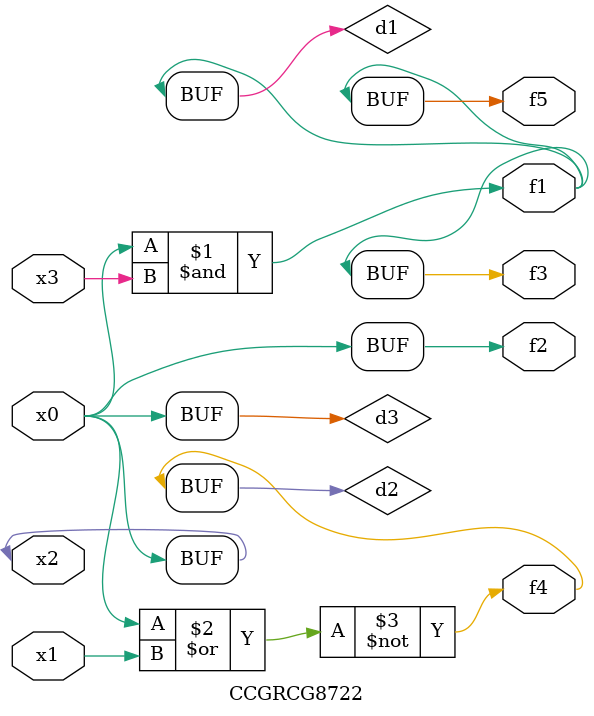
<source format=v>
module CCGRCG8722(
	input x0, x1, x2, x3,
	output f1, f2, f3, f4, f5
);

	wire d1, d2, d3;

	and (d1, x2, x3);
	nor (d2, x0, x1);
	buf (d3, x0, x2);
	assign f1 = d1;
	assign f2 = d3;
	assign f3 = d1;
	assign f4 = d2;
	assign f5 = d1;
endmodule

</source>
